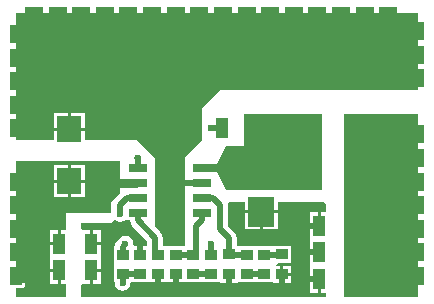
<source format=gtl>
G04*
G04 #@! TF.GenerationSoftware,Altium Limited,Altium Designer,24.5.2 (23)*
G04*
G04 Layer_Physical_Order=1*
G04 Layer_Color=255*
%FSLAX44Y44*%
%MOMM*%
G71*
G04*
G04 #@! TF.SameCoordinates,B9E64D96-6C6B-41B8-AF92-246256EA7E35*
G04*
G04*
G04 #@! TF.FilePolarity,Positive*
G04*
G01*
G75*
%ADD14R,1.5500X5.6000*%
%ADD15R,1.0700X1.7800*%
%ADD16R,2.3000X2.5000*%
%ADD17R,2.4000X3.1000*%
%ADD18R,1.5250X0.6500*%
%ADD19R,2.1500X2.2000*%
%ADD20R,1.0200X0.9400*%
%ADD21R,1.0000X0.9000*%
%AMCUSTOMSHAPE29*
4,1,8,2.2500,0.5000,2.5000,0.2500,2.5000,-0.2500,2.2500,-0.5000,-2.2500,-0.5000,-2.5000,-0.2500,-2.5000,0.2500,-2.2500,0.5000,2.2500,0.5000,0.0*%
%ADD29CUSTOMSHAPE29*%

%ADD30C,0.5000*%
%AMCUSTOMSHAPE31*
4,1,4,0.0000,-0.7620,-1.0000,-0.7620,-1.0000,0.7620,0.0000,0.7620,0.0000,-0.7620,0.0*%
%ADD31CUSTOMSHAPE31*%

%AMCUSTOMSHAPE32*
4,1,4,0.7620,0.0000,0.7620,-1.0000,-0.7620,-1.0000,-0.7620,0.0000,0.7620,0.0000,0.0*%
%ADD32CUSTOMSHAPE32*%

%AMCUSTOMSHAPE33*
4,1,4,0.0000,0.7620,1.0000,0.7620,1.0000,-0.7620,0.0000,-0.7620,0.0000,0.7620,0.0*%
%ADD33CUSTOMSHAPE33*%

%ADD34C,0.6000*%
G36*
X345000Y230210D02*
Y220000D01*
Y170000D01*
X177500D01*
X162500Y155000D01*
Y127500D01*
X162500D01*
X147500Y112500D01*
X147500D01*
Y66960D01*
X147500D01*
Y37640D01*
X129025D01*
Y45000D01*
X128529Y47497D01*
X127114Y49614D01*
X127114Y49614D01*
X122162Y54566D01*
X122500Y55381D01*
X122500D01*
Y65000D01*
X122500D01*
Y112500D01*
X107500Y127500D01*
X63290D01*
Y135730D01*
X50000D01*
X36710D01*
Y127500D01*
X5000D01*
Y220000D01*
Y235000D01*
Y235004D01*
X20000D01*
Y235000D01*
X330210D01*
Y235004D01*
X345000D01*
Y230210D01*
D02*
G37*
G36*
X263750Y85000D02*
X182500D01*
X175000Y100300D01*
X162120D01*
Y107800D01*
X175000D01*
X182500Y122500D01*
X197500D01*
Y150000D01*
X263750D01*
Y85000D01*
D02*
G37*
G36*
X267500Y73206D02*
Y66440D01*
X262670D01*
Y55000D01*
X261400D01*
Y53730D01*
X253510D01*
Y43560D01*
Y33770D01*
X261400D01*
Y31230D01*
X253510D01*
Y21060D01*
Y11270D01*
X261400D01*
Y10000D01*
X262670D01*
Y-1440D01*
X267500D01*
Y-5000D01*
X60000D01*
Y3814D01*
X60710Y6060D01*
X62540Y6060D01*
X67330D01*
Y17500D01*
X68600D01*
Y18770D01*
X76490D01*
Y28560D01*
Y38730D01*
X68600D01*
Y40000D01*
X67330D01*
Y51440D01*
X62540D01*
X60710Y51440D01*
X60000Y53686D01*
Y57500D01*
X86250D01*
Y58610D01*
X88790Y59782D01*
X90003Y58971D01*
X92500Y58475D01*
X94997Y58971D01*
X95522Y59322D01*
X97715Y60160D01*
X100142Y59886D01*
X101355Y59620D01*
X101851Y57123D01*
X103266Y55006D01*
X103266Y55006D01*
X115975Y42297D01*
Y37640D01*
X111270D01*
Y30400D01*
X108730D01*
Y37640D01*
X105558D01*
X103947Y39604D01*
X104025Y40000D01*
X103529Y42497D01*
X102114Y44614D01*
X99997Y46029D01*
X97500Y46525D01*
X95003Y46029D01*
X92886Y44614D01*
X90386Y42114D01*
X88971Y39997D01*
X88503Y37640D01*
X87360D01*
Y24380D01*
X87360Y22500D01*
X87360Y20620D01*
Y7360D01*
X88475D01*
Y6540D01*
X88971Y4043D01*
X90386Y1926D01*
X92503Y511D01*
X95000Y15D01*
X97497Y511D01*
X99614Y1926D01*
X101029Y4043D01*
X101273Y5270D01*
X102360Y7360D01*
X117640D01*
Y7360D01*
X123730D01*
Y14600D01*
X126270D01*
Y7360D01*
X138730D01*
Y14600D01*
X141270D01*
Y7360D01*
X147360D01*
Y7360D01*
X162640D01*
Y7360D01*
X177460D01*
Y6960D01*
X183730D01*
Y14000D01*
X186270D01*
Y6960D01*
X192540D01*
Y7360D01*
X207360D01*
Y7360D01*
X222460D01*
Y6960D01*
X228730D01*
Y14000D01*
Y21040D01*
X225874D01*
X225323Y22041D01*
X226414Y23875D01*
X229400D01*
X229400Y23875D01*
X229829Y23960D01*
X237540D01*
Y38040D01*
X222460D01*
Y37640D01*
X207640D01*
Y37640D01*
X192540D01*
Y38040D01*
X191525D01*
Y45000D01*
X191029Y47497D01*
X189614Y49614D01*
X189614Y49614D01*
X184025Y55203D01*
Y72500D01*
X183936Y72950D01*
X185547Y74914D01*
X198460D01*
Y68270D01*
X226540D01*
Y74914D01*
X263750D01*
X264960Y75073D01*
X267500Y73206D01*
D02*
G37*
G36*
X345000Y-5000D02*
X282500D01*
Y150000D01*
X345000D01*
Y-5000D01*
D02*
G37*
G36*
X15000Y110000D02*
X92880D01*
Y95000D01*
X107880D01*
Y87500D01*
X92880D01*
Y82880D01*
X85000Y75000D01*
Y66250D01*
X47500D01*
Y61622D01*
Y57500D01*
Y51440D01*
X42670D01*
Y40000D01*
X41400D01*
Y38730D01*
X33510D01*
Y28560D01*
Y18770D01*
X41400D01*
Y17500D01*
X42670D01*
Y6060D01*
X47500D01*
Y-5000D01*
X4996D01*
Y2290D01*
X10000D01*
X10991Y2487D01*
X11831Y3049D01*
X12393Y3889D01*
X12590Y4880D01*
Y6250D01*
X5000D01*
Y102710D01*
X4996D01*
Y107599D01*
X5000Y107628D01*
Y110000D01*
X15000D01*
Y110000D01*
D02*
G37*
%LPC*%
G36*
X63290Y150540D02*
X51270D01*
Y138270D01*
X63290D01*
Y150540D01*
D02*
G37*
G36*
X48730D02*
X36710D01*
Y138270D01*
X48730D01*
Y150540D01*
D02*
G37*
G36*
X260130Y66440D02*
X253510D01*
Y56270D01*
X260130D01*
Y66440D01*
D02*
G37*
G36*
X226540Y65730D02*
X213770D01*
Y51960D01*
X226540D01*
Y65730D01*
D02*
G37*
G36*
X211230D02*
X198460D01*
Y51960D01*
X211230D01*
Y65730D01*
D02*
G37*
G36*
X69870Y51440D02*
Y41270D01*
X76490D01*
Y51440D01*
X69870D01*
D02*
G37*
G36*
X237540Y21040D02*
X231270D01*
Y15270D01*
X237540D01*
Y21040D01*
D02*
G37*
G36*
Y12730D02*
X231270D01*
Y6960D01*
X237540D01*
Y12730D01*
D02*
G37*
G36*
X76490Y16230D02*
X69870D01*
Y6060D01*
X76490D01*
Y16230D01*
D02*
G37*
G36*
X260130Y8730D02*
X253510D01*
Y-1440D01*
X260130D01*
Y8730D01*
D02*
G37*
G36*
X63290Y106540D02*
X51270D01*
Y94270D01*
X63290D01*
Y106540D01*
D02*
G37*
G36*
X48730D02*
X36710D01*
Y94270D01*
X48730D01*
Y106540D01*
D02*
G37*
G36*
X63290Y91730D02*
X51270D01*
Y79460D01*
X63290D01*
Y91730D01*
D02*
G37*
G36*
X48730D02*
X36710D01*
Y79460D01*
X48730D01*
Y91730D01*
D02*
G37*
G36*
X40130Y51440D02*
X33510D01*
Y41270D01*
X40130D01*
Y51440D01*
D02*
G37*
G36*
Y16230D02*
X33510D01*
Y6060D01*
X40130D01*
Y16230D01*
D02*
G37*
%LPD*%
D14*
X252250Y117500D02*
D03*
X292750D02*
D03*
D15*
X206100Y137500D02*
D03*
X178900D02*
D03*
X288600Y55000D02*
D03*
X261400D02*
D03*
X288600Y32500D02*
D03*
X261400D02*
D03*
X288600Y10000D02*
D03*
X261400D02*
D03*
X41400Y40000D02*
D03*
X68600D02*
D03*
X41400Y17500D02*
D03*
X68600D02*
D03*
D16*
X212500Y110000D02*
D03*
Y67000D02*
D03*
D17*
X135000Y85000D02*
D03*
D18*
X162120Y104050D02*
D03*
Y91350D02*
D03*
Y78650D02*
D03*
Y65950D02*
D03*
X107880D02*
D03*
Y78650D02*
D03*
Y91350D02*
D03*
Y104050D02*
D03*
D19*
X50000Y137000D02*
D03*
Y93000D02*
D03*
D20*
X215000Y14600D02*
D03*
Y30400D02*
D03*
X200000Y30400D02*
D03*
Y14600D02*
D03*
X125000Y30400D02*
D03*
Y14600D02*
D03*
X170000Y30400D02*
D03*
Y14600D02*
D03*
X155000Y14600D02*
D03*
Y30400D02*
D03*
X140000Y30400D02*
D03*
Y14600D02*
D03*
X95000Y30400D02*
D03*
Y14600D02*
D03*
X110000Y14600D02*
D03*
Y30400D02*
D03*
D21*
X185000Y31000D02*
D03*
Y14000D02*
D03*
X230000D02*
D03*
Y31000D02*
D03*
D29*
X282500Y220000D02*
D03*
X210000D02*
D03*
X137500D02*
D03*
X67500D02*
D03*
X210000Y200000D02*
D03*
X67500D02*
D03*
Y180000D02*
D03*
X210000Y180000D02*
D03*
X282500Y200000D02*
D03*
Y180000D02*
D03*
X137500Y200000D02*
D03*
Y180000D02*
D03*
D30*
X157500Y55000D02*
X162120Y59620D01*
X157500Y32900D02*
Y55000D01*
X155000Y30400D02*
X157500Y32900D01*
X122500Y32900D02*
X125000Y30400D01*
X107880Y59620D02*
X122500Y45000D01*
Y32900D02*
Y45000D01*
X107500Y112500D02*
X107880Y112120D01*
X170000Y137500D02*
X178900D01*
X250000Y55000D02*
X261400D01*
X250000Y32500D02*
X261400D01*
X250000Y10000D02*
X261400D01*
X177500Y52500D02*
X185000Y45000D01*
X171350Y78650D02*
X177500Y72500D01*
Y52500D02*
Y72500D01*
X162120Y78650D02*
X171350D01*
X185000Y31000D02*
Y45000D01*
X229400Y30400D02*
X230000Y31000D01*
X215000Y30400D02*
X229400D01*
X185000Y31000D02*
X185600Y30400D01*
X200000D01*
X215000Y14600D02*
X215000Y14600D01*
X200000Y14600D02*
X215000D01*
X185000Y6540D02*
Y14000D01*
X230000Y6540D02*
Y14000D01*
X162120Y59620D02*
Y65950D01*
X170000Y30400D02*
Y40000D01*
X170000Y30400D02*
X170000Y30400D01*
X135000Y85000D02*
X141350Y91350D01*
X162120D01*
X92500Y65000D02*
Y72618D01*
X98532Y78650D01*
X107880D01*
Y104050D02*
Y112120D01*
X107880Y59620D02*
X107880Y65950D01*
X170000Y14600D02*
X170000Y14600D01*
X155000Y14600D02*
X170000D01*
X155000Y30400D02*
X155000Y30400D01*
X140000Y30400D02*
X155000D01*
X140000Y6540D02*
Y14600D01*
X125000Y6540D02*
Y14600D01*
X95000Y30400D02*
Y37500D01*
X97500Y40000D01*
X95000Y6540D02*
Y14600D01*
X110000Y30400D02*
Y40000D01*
X95000Y14600D02*
X110000Y14600D01*
D31*
X350000Y12500D02*
D03*
Y132500D02*
D03*
X350000Y112500D02*
D03*
X350000Y180000D02*
D03*
Y200000D02*
D03*
Y220000D02*
D03*
Y92500D02*
D03*
Y72500D02*
D03*
Y52500D02*
D03*
Y32500D02*
D03*
D32*
X320000Y240000D02*
D03*
X260000D02*
D03*
X280000Y240000D02*
D03*
X220000Y240000D02*
D03*
X200000D02*
D03*
X240000D02*
D03*
X300000D02*
D03*
X180000D02*
D03*
X40000D02*
D03*
X20000D02*
D03*
X60000Y240000D02*
D03*
X100000Y240000D02*
D03*
X80000Y240000D02*
D03*
X120000Y240000D02*
D03*
X140000D02*
D03*
X160000D02*
D03*
D33*
X0Y137500D02*
D03*
Y52500D02*
D03*
Y92500D02*
D03*
Y217500D02*
D03*
X0Y177500D02*
D03*
X0Y197500D02*
D03*
Y157500D02*
D03*
Y72500D02*
D03*
Y12500D02*
D03*
X0Y32500D02*
D03*
D34*
X335000Y230000D02*
D03*
X330000Y220000D02*
D03*
X335000Y210000D02*
D03*
X330000Y200000D02*
D03*
X335000Y190000D02*
D03*
X330000Y180000D02*
D03*
X325000Y210000D02*
D03*
X320000Y200000D02*
D03*
X325000Y190000D02*
D03*
X320000Y180000D02*
D03*
X315000Y210000D02*
D03*
Y190000D02*
D03*
X305000Y210000D02*
D03*
Y190000D02*
D03*
X295000Y210000D02*
D03*
Y190000D02*
D03*
X285000Y210000D02*
D03*
Y190000D02*
D03*
X275000Y210000D02*
D03*
Y190000D02*
D03*
X265000Y210000D02*
D03*
Y190000D02*
D03*
X250000Y220000D02*
D03*
X255000Y210000D02*
D03*
X250000Y200000D02*
D03*
X255000Y190000D02*
D03*
X250000Y180000D02*
D03*
X240000Y220000D02*
D03*
X245000Y210000D02*
D03*
X240000Y200000D02*
D03*
X245000Y190000D02*
D03*
X240000Y180000D02*
D03*
X235000Y210000D02*
D03*
Y190000D02*
D03*
X225000Y210000D02*
D03*
Y190000D02*
D03*
X215000Y210000D02*
D03*
Y190000D02*
D03*
X205000Y210000D02*
D03*
Y190000D02*
D03*
X195000Y210000D02*
D03*
Y190000D02*
D03*
X180000Y220000D02*
D03*
X185000Y210000D02*
D03*
X180000Y200000D02*
D03*
X185000Y190000D02*
D03*
X180000Y180000D02*
D03*
X170000Y220000D02*
D03*
X175000Y210000D02*
D03*
X170000Y200000D02*
D03*
X175000Y190000D02*
D03*
X170000Y180000D02*
D03*
X165000Y210000D02*
D03*
Y190000D02*
D03*
Y170000D02*
D03*
X160000Y160000D02*
D03*
X155000Y210000D02*
D03*
Y190000D02*
D03*
Y170000D02*
D03*
X150000Y160000D02*
D03*
X155000Y150000D02*
D03*
X150000Y140000D02*
D03*
X145000Y210000D02*
D03*
Y190000D02*
D03*
Y170000D02*
D03*
X140000Y160000D02*
D03*
X145000Y150000D02*
D03*
X140000Y140000D02*
D03*
X135000Y210000D02*
D03*
Y190000D02*
D03*
Y170000D02*
D03*
X130000Y160000D02*
D03*
X135000Y150000D02*
D03*
X130000Y140000D02*
D03*
X125000Y210000D02*
D03*
Y190000D02*
D03*
Y170000D02*
D03*
X120000Y160000D02*
D03*
X125000Y150000D02*
D03*
X120000Y140000D02*
D03*
X115000Y210000D02*
D03*
Y190000D02*
D03*
Y170000D02*
D03*
X110000Y160000D02*
D03*
X115000Y150000D02*
D03*
X110000Y140000D02*
D03*
X100000Y220000D02*
D03*
X105000Y210000D02*
D03*
X100000Y200000D02*
D03*
X105000Y190000D02*
D03*
X100000Y180000D02*
D03*
X105000Y170000D02*
D03*
X100000Y160000D02*
D03*
X105000Y150000D02*
D03*
X100000Y140000D02*
D03*
X95000Y210000D02*
D03*
Y190000D02*
D03*
Y170000D02*
D03*
X90000Y160000D02*
D03*
X95000Y150000D02*
D03*
X90000Y140000D02*
D03*
X85000Y210000D02*
D03*
Y190000D02*
D03*
Y170000D02*
D03*
X80000Y160000D02*
D03*
X85000Y150000D02*
D03*
X80000Y140000D02*
D03*
X75000Y210000D02*
D03*
Y190000D02*
D03*
Y170000D02*
D03*
X70000Y160000D02*
D03*
X75000Y150000D02*
D03*
X70000Y140000D02*
D03*
X65000Y210000D02*
D03*
Y190000D02*
D03*
Y170000D02*
D03*
X60000Y160000D02*
D03*
X55000Y210000D02*
D03*
Y190000D02*
D03*
Y170000D02*
D03*
X50000Y160000D02*
D03*
X45000Y210000D02*
D03*
Y190000D02*
D03*
Y170000D02*
D03*
X40000Y160000D02*
D03*
X30000Y220000D02*
D03*
X35000Y210000D02*
D03*
X30000Y200000D02*
D03*
X35000Y190000D02*
D03*
X30000Y180000D02*
D03*
X35000Y170000D02*
D03*
X30000Y160000D02*
D03*
Y140000D02*
D03*
X20000Y220000D02*
D03*
X25000Y210000D02*
D03*
X20000Y200000D02*
D03*
X25000Y190000D02*
D03*
X20000Y180000D02*
D03*
X25000Y170000D02*
D03*
X20000Y160000D02*
D03*
X25000Y150000D02*
D03*
X20000Y140000D02*
D03*
X15000Y210000D02*
D03*
Y190000D02*
D03*
Y170000D02*
D03*
Y150000D02*
D03*
X40000Y60000D02*
D03*
Y0D02*
D03*
X30000Y100000D02*
D03*
Y80000D02*
D03*
X35000Y70000D02*
D03*
X30000Y60000D02*
D03*
Y40000D02*
D03*
Y20000D02*
D03*
Y0D02*
D03*
X20000Y100000D02*
D03*
X25000Y90000D02*
D03*
X20000Y80000D02*
D03*
X25000Y70000D02*
D03*
X20000Y60000D02*
D03*
X25000Y50000D02*
D03*
X20000Y40000D02*
D03*
X25000Y30000D02*
D03*
X20000Y20000D02*
D03*
X25000Y10000D02*
D03*
X20000Y0D02*
D03*
X15000Y90000D02*
D03*
Y70000D02*
D03*
Y50000D02*
D03*
Y30000D02*
D03*
Y10000D02*
D03*
X340000Y0D02*
D03*
X330000Y140000D02*
D03*
X335000Y130000D02*
D03*
X330000Y120000D02*
D03*
X335000Y110000D02*
D03*
X330000Y100000D02*
D03*
X335000Y90000D02*
D03*
X330000Y80000D02*
D03*
X335000Y70000D02*
D03*
X330000Y60000D02*
D03*
X335000Y50000D02*
D03*
X330000Y40000D02*
D03*
X335000Y30000D02*
D03*
X330000Y20000D02*
D03*
X335000Y10000D02*
D03*
X330000Y0D02*
D03*
X320000Y140000D02*
D03*
X325000Y130000D02*
D03*
X320000Y120000D02*
D03*
X325000Y110000D02*
D03*
X320000Y100000D02*
D03*
X325000Y90000D02*
D03*
X320000Y80000D02*
D03*
X325000Y70000D02*
D03*
X320000Y60000D02*
D03*
X325000Y50000D02*
D03*
X320000Y40000D02*
D03*
X325000Y30000D02*
D03*
X320000Y20000D02*
D03*
X325000Y10000D02*
D03*
X320000Y0D02*
D03*
X310000Y140000D02*
D03*
X315000Y130000D02*
D03*
X310000Y120000D02*
D03*
X315000Y110000D02*
D03*
X310000Y100000D02*
D03*
X315000Y90000D02*
D03*
X310000Y80000D02*
D03*
X315000Y70000D02*
D03*
X310000Y60000D02*
D03*
X315000Y50000D02*
D03*
X310000Y40000D02*
D03*
X315000Y30000D02*
D03*
X310000Y20000D02*
D03*
X315000Y10000D02*
D03*
X310000Y0D02*
D03*
X305000Y130000D02*
D03*
Y110000D02*
D03*
Y90000D02*
D03*
X300000Y80000D02*
D03*
X305000Y70000D02*
D03*
X300000Y60000D02*
D03*
X305000Y50000D02*
D03*
X300000Y40000D02*
D03*
X305000Y30000D02*
D03*
X300000Y20000D02*
D03*
X305000Y10000D02*
D03*
X300000Y0D02*
D03*
X290000Y80000D02*
D03*
X295000Y70000D02*
D03*
X250000Y60000D02*
D03*
Y20000D02*
D03*
Y0D02*
D03*
X240000Y60000D02*
D03*
X245000Y30000D02*
D03*
Y10000D02*
D03*
X240000Y0D02*
D03*
X230000Y60000D02*
D03*
Y0D02*
D03*
X220000D02*
D03*
X210000D02*
D03*
X200000D02*
D03*
X190000Y60000D02*
D03*
X195000Y50000D02*
D03*
X190000Y0D02*
D03*
X180000D02*
D03*
X170000D02*
D03*
X160000D02*
D03*
X150000D02*
D03*
X140000Y60000D02*
D03*
X145000Y50000D02*
D03*
X140000Y0D02*
D03*
X130000Y60000D02*
D03*
X135000Y50000D02*
D03*
X130000Y0D02*
D03*
X120000D02*
D03*
X110000D02*
D03*
X80000Y20000D02*
D03*
Y0D02*
D03*
X70000D02*
D03*
X170000Y137500D02*
D03*
X85000Y85000D02*
D03*
X170000Y40000D02*
D03*
X142500Y95000D02*
D03*
X135000Y90000D02*
D03*
X92500Y65000D02*
D03*
X107880Y112500D02*
D03*
X95000Y6540D02*
D03*
X97500Y40000D02*
D03*
X110000D02*
D03*
X135000Y80000D02*
D03*
X127500Y85000D02*
D03*
X142500D02*
D03*
Y75000D02*
D03*
X127500Y95000D02*
D03*
Y75000D02*
D03*
M02*

</source>
